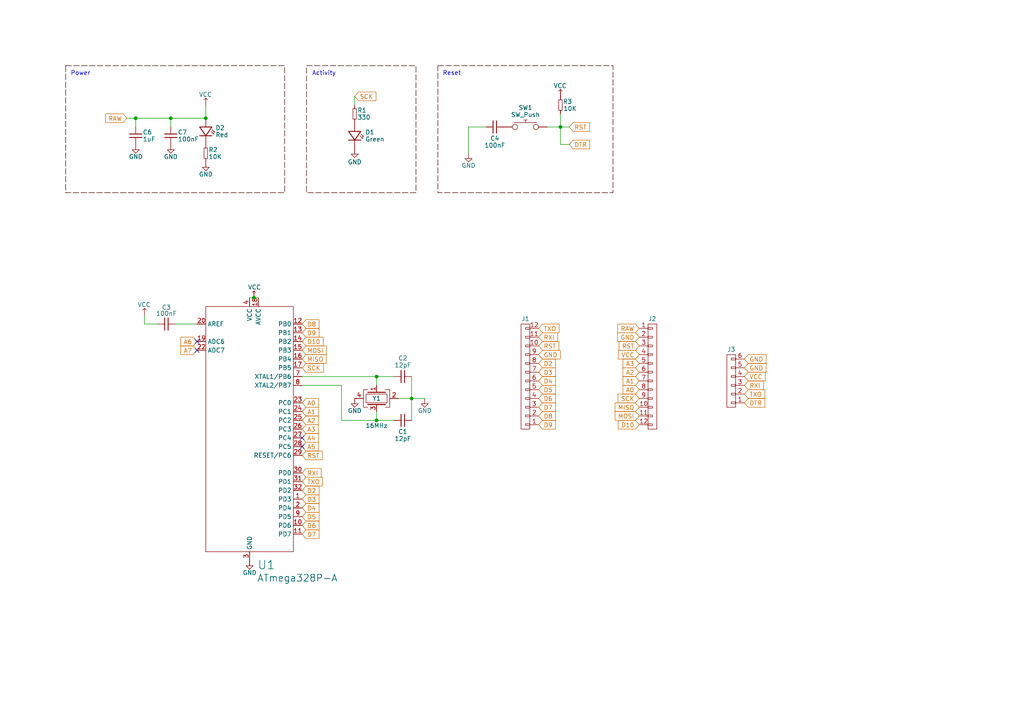
<source format=kicad_sch>
(kicad_sch (version 20250114) (generator "eeschema") (generator_version "9.0")
  (paper "A4")
  (lib_symbols
    (symbol "bootcamp_library:Button" (pin_names (offset 2))
      (property "Reference" "SW" (at 0 3.556 0))
      (symbol "Button_1_1"
        (polyline (pts (xy -3.302 1.27) (xy 3.302 1.27) (xy 0 1.27) (xy 0 2.032) (xy 0.508 2.032) (xy -0.508 2.032)))
        (circle (center -3.048 0) (radius 0.762))
        (circle (center 3.048 0) (radius 0.762))
        (pin passive line (at -6.35 0 0) (length 2.54) (name "") (number "1"))
        (pin passive line (at 6.35 0 180) (length 2.54) (name "") (number "2"))
      )
    )
    (symbol "bootcamp_library:Capacitor" (pin_names (offset 2))
      (property "Reference" "C" (at 0 3.302 0))
      (symbol "Capacitor_1_1"
        (polyline (pts (xy -1.016 0) (xy -0.508 0)))
        (polyline (pts (xy -0.508 1.778) (xy -0.508 -1.778)) (stroke (width 0.25)))
        (polyline (pts (xy 0.508 0) (xy 1.016 0)))
        (polyline (pts (xy 0.508 -1.778) (xy 0.508 1.778)) (stroke (width 0.25)))
        (pin passive line (at -2.54 0 0) (length 1.54) (name "") (number "1"))
        (pin passive line (at 2.54 0 180) (length 1.54) (name "") (number "2"))
      )
    )
    (symbol "bootcamp_library:Chip"
      (property "Reference" "U" (at 4.318 -38.1 0))
      (symbol "Chip_0_1"
        (rectangle (start -13.97 35.56) (end 11.43 -35.56))
      )
      (symbol "Chip_1_1"
        (pin passive line (at -16.51 30.48 0) (length 2.54) (name "AREF") (number "20"))
        (pin input line (at -16.51 25.4 0) (length 2.54) (name "ADC6") (number "19"))
        (pin input line (at -16.51 22.86 0) (length 2.54) (name "ADC7") (number "22"))
        (pin no_connect line (at -16.51 -10.16 0) (length 2.54) (hide yes) (name "") (number "21"))
        (pin no_connect line (at -16.51 -12.7 0) (length 2.54) (hide yes) (name "") (number "6"))
        (pin no_connect line (at -16.51 -15.24 0) (length 2.54) (hide yes) (name "") (number "5"))
        (pin power_in line (at -1.27 38.1 270) (length 2.54) (name "VCC") (number "4"))
        (pin power_in line (at -1.27 -38.1 90) (length 2.54) (name "GND") (number "3"))
        (pin power_in line (at 1.27 38.1 270) (length 2.54) (name "AVCC") (number "18"))
        (pin bidirectional line (at 13.97 30.48 180) (length 2.54) (name "PB0") (number "12"))
        (pin bidirectional line (at 13.97 27.94 180) (length 2.54) (name "PB1") (number "13"))
        (pin bidirectional line (at 13.97 25.4 180) (length 2.54) (name "PB2") (number "14"))
        (pin bidirectional line (at 13.97 22.86 180) (length 2.54) (name "PB3") (number "15"))
        (pin bidirectional line (at 13.97 20.32 180) (length 2.54) (name "PB4") (number "16"))
        (pin bidirectional line (at 13.97 17.78 180) (length 2.54) (name "PB5") (number "17"))
        (pin bidirectional line (at 13.97 15.24 180) (length 2.54) (name "XTAL1/PB6") (number "7"))
        (pin bidirectional line (at 13.97 12.7 180) (length 2.54) (name "XTAL2/PB7") (number "8"))
        (pin bidirectional line (at 13.97 7.62 180) (length 2.54) (name "PC0") (number "23"))
        (pin bidirectional line (at 13.97 5.08 180) (length 2.54) (name "PC1") (number "24"))
        (pin bidirectional line (at 13.97 2.54 180) (length 2.54) (name "PC2") (number "25"))
        (pin bidirectional line (at 13.97 0 180) (length 2.54) (name "PC3") (number "26"))
        (pin bidirectional line (at 13.97 -2.54 180) (length 2.54) (name "PC4") (number "27"))
        (pin bidirectional line (at 13.97 -5.08 180) (length 2.54) (name "PC5") (number "28"))
        (pin bidirectional line (at 13.97 -7.62 180) (length 2.54) (name "RESET/PC6") (number "29"))
        (pin bidirectional line (at 13.97 -12.7 180) (length 2.54) (name "PD0") (number "30"))
        (pin bidirectional line (at 13.97 -15.24 180) (length 2.54) (name "PD1") (number "31"))
        (pin bidirectional line (at 13.97 -17.78 180) (length 2.54) (name "PD2") (number "32"))
        (pin bidirectional line (at 13.97 -20.32 180) (length 2.54) (name "PD3") (number "1"))
        (pin bidirectional line (at 13.97 -22.86 180) (length 2.54) (name "PD4") (number "2"))
        (pin bidirectional line (at 13.97 -25.4 180) (length 2.54) (name "PD5") (number "9"))
        (pin bidirectional line (at 13.97 -27.94 180) (length 2.54) (name "PD6") (number "10"))
        (pin bidirectional line (at 13.97 -30.48 180) (length 2.54) (name "PD7") (number "11"))
      )
    )
    (symbol "bootcamp_library:GND" (power) (pin_numbers (hide yes)) (pin_names (hide yes))
      (property "Value" "GND" (at 0 -2.286 0))
      (symbol "GND_0_1"
        (polyline (pts (xy 1.016 -0.254) (xy -1.016 -0.254) (xy 0 -1.27) (xy 1.016 -0.254)))
      )
      (symbol "GND_1_1"
        (pin power_in line (at 0 1.27 270) (length 1.54) (name "") (number ""))
      )
    )
    (symbol "bootcamp_library:J12"
      (property "Reference" "J" (at 0 16.51 0))
      (symbol "J12_0_1"
        (rectangle (start -1.27 15.24) (end 1.27 -15.24))
        (rectangle (start 0 14.224) (end 1.27 13.716))
        (rectangle (start 0 11.684) (end 1.27 11.176))
        (rectangle (start 0 9.144) (end 1.27 8.636))
        (rectangle (start 0 6.604) (end 1.27 6.096))
        (rectangle (start 0 4.064) (end 1.27 3.556))
        (rectangle (start 0 1.524) (end 1.27 1.016))
        (rectangle (start 0 -1.016) (end 1.27 -1.524))
        (rectangle (start 0 -3.556) (end 1.27 -4.064))
        (rectangle (start 0 -6.096) (end 1.27 -6.604))
        (rectangle (start 0 -8.636) (end 1.27 -9.144))
        (rectangle (start 0 -11.176) (end 1.27 -11.684))
        (rectangle (start 0 -13.716) (end 1.27 -14.224))
      )
      (symbol "J12_1_1"
        (pin passive line (at 3.81 13.97 180) (length 2.54) (name "") (number "12"))
        (pin passive line (at 3.81 11.43 180) (length 2.54) (name "") (number "11"))
        (pin passive line (at 3.81 8.89 180) (length 2.54) (name "") (number "10"))
        (pin passive line (at 3.81 6.35 180) (length 2.54) (name "") (number "9"))
        (pin passive line (at 3.81 3.81 180) (length 2.54) (name "") (number "8"))
        (pin passive line (at 3.81 1.27 180) (length 2.54) (name "") (number "7"))
        (pin passive line (at 3.81 -1.27 180) (length 2.54) (name "") (number "6"))
        (pin passive line (at 3.81 -3.81 180) (length 2.54) (name "") (number "5"))
        (pin passive line (at 3.81 -6.35 180) (length 2.54) (name "") (number "4"))
        (pin passive line (at 3.81 -8.89 180) (length 2.54) (name "") (number "3"))
        (pin passive line (at 3.81 -11.43 180) (length 2.54) (name "") (number "2"))
        (pin passive line (at 3.81 -13.97 180) (length 2.54) (name "") (number "1"))
      )
    )
    (symbol "bootcamp_library:J6"
      (property "Reference" "J" (at 0 8.89 0))
      (symbol "J6_0_1"
        (rectangle (start 0 6.604) (end 1.27 6.096))
        (rectangle (start 0 4.064) (end 1.27 3.556))
        (rectangle (start 0 1.524) (end 1.27 1.016))
        (rectangle (start 0 -1.016) (end 1.27 -1.524))
        (rectangle (start 0 -3.556) (end 1.27 -4.064))
        (rectangle (start 0 -6.096) (end 1.27 -6.604))
        (rectangle (start 1.27 7.62) (end -1.27 -7.62))
      )
      (symbol "J6_1_1"
        (pin passive line (at 3.81 6.35 180) (length 2.54) (name "") (number "6"))
        (pin passive line (at 3.81 3.81 180) (length 2.54) (name "") (number "5"))
        (pin passive line (at 3.81 1.27 180) (length 2.54) (name "") (number "4"))
        (pin passive line (at 3.81 -1.27 180) (length 2.54) (name "") (number "3"))
        (pin passive line (at 3.81 -3.81 180) (length 2.54) (name "") (number "2"))
        (pin passive line (at 3.81 -6.35 180) (length 2.54) (name "") (number "1"))
      )
    )
    (symbol "bootcamp_library:Led" (pin_names (offset 2))
      (property "Reference" "D" (at 2.032 1.016 0))
      (symbol "Led_1_1"
        (polyline (pts (xy -0.508 1.778) (xy 0.254 2.54) (xy 0.254 2.286) (xy 0.254 2.54) (xy 0 2.54)))
        (polyline (pts (xy 0 1.524) (xy 0.762 2.286) (xy 0.762 2.032) (xy 0.762 2.286) (xy 0.508 2.286)))
        (polyline (pts (xy 1.27 1.778) (xy 1.27 -1.778)) (stroke (width 0.25)))
        (polyline (pts (xy 1.27 0) (xy -1.27 1.778) (xy -1.27 -1.778) (xy 1.27 0)) (stroke (width 0.25)))
        (pin passive line (at -3.81 0 0) (length 2.54) (name "") (number "1"))
        (pin passive line (at 3.81 0 180) (length 2.54) (name "") (number "2"))
      )
    )
    (symbol "bootcamp_library:Oscillator" (pin_names (offset 2))
      (property "Reference" "Y" (at 0 0 0))
      (symbol "Oscillator_0_1"
        (polyline (pts (xy -2.54 -2.54) (xy -2.54 -3.81) (xy 2.54 -3.81) (xy 2.54 -2.54)))
        (rectangle (start 1.27 -3.048) (end -1.27 3.048))
        (polyline (pts (xy 2.54 2.54) (xy 2.54 3.81) (xy -2.54 3.81) (xy -2.54 2.54)))
      )
      (symbol "Oscillator_1_1"
        (polyline (pts (xy -1.778 2.54) (xy -1.778 -2.54)) (stroke (width 0.3)))
        (polyline (pts (xy 1.778 -2.54) (xy 1.778 2.54)) (stroke (width 0.3)))
        (pin passive line (at -3.81 0 0) (length 2) (name "") (number "3"))
        (pin passive line (at 0 6.35 270) (length 2.54) (name "") (number "4"))
        (pin passive line (at 0 -6.35 90) (length 2.54) (name "") (number "2"))
        (pin passive line (at 3.81 0 180) (length 2) (name "") (number "1"))
      )
    )
    (symbol "bootcamp_library:PWR_FLAG" (power) (pin_numbers (hide yes)) (pin_names (hide yes))
      (property "Value" "PWR_FLAG" (at 0 3.556 0))
      (symbol "PWR_FLAG_0_1"
        (polyline (pts (xy 0 0.762) (xy 1.016 1.778) (xy 0 2.286) (xy -1.016 1.778) (xy 0 0.762)))
      )
      (symbol "PWR_FLAG_1_1"
        (pin power_out line (at 0 -1.27 90) (length 2) (name "") (number ""))
      )
    )
    (symbol "bootcamp_library:Resistor" (pin_names (offset 2))
      (property "Reference" "R" (at 0 1.524 0))
      (symbol "Resistor_0_1"
        (rectangle (start -1.524 0.508) (end 1.524 -0.508))
      )
      (symbol "Resistor_1_1"
        (pin passive line (at -2.54 0 0) (length 1) (name "") (number "1"))
        (pin passive line (at 2.54 0 180) (length 1) (name "") (number "2"))
      )
    )
    (symbol "bootcamp_library:VCC" (power) (pin_numbers (hide yes)) (pin_names (hide yes))
      (property "Value" "VCC" (at 0 1.778 0))
      (symbol "VCC_0_1"
        (polyline (pts (xy 0.508 0.254) (xy 0 0.762) (xy -0.508 0.254)))
      )
      (symbol "VCC_1_1"
        (pin power_in line (at 0 -1.27 90) (length 2) (name "") (number ""))
      )
    )
  )
  (rectangle (start 127 19.05) (end 177.8 55.88) (stroke (width 0) (type dash) (color 72 0 0 1)))
  (rectangle (start 19.05 19.05) (end 82.55 55.88) (stroke (width 0) (type dash) (color 72 0 0 1)))
  (rectangle (start 88.9 19.05) (end 120.65 55.88) (stroke (width 0) (type dash) (color 72 0 0 1)))
  (text "Reset" (at 131.064 21.336 0) (effects (font (size 1.27 1.27))))
  (text "Power" (at 23.368 21.336 0) (effects (font (size 1.27 1.27))))
  (text "Activity" (at 93.98 21.336 0) (effects (font (size 1.27 1.27))))
  (junction (at 49.53 34.29))
  (junction (at 39.37 34.29))
  (junction (at 109.22 109.22))
  (junction (at 119.38 115.57))
  (junction (at 109.22 121.92))
  (junction (at 59.69 34.29))
  (junction (at 162.56 36.83))
  (junction (at 73.66 86.36))
  (no_connect (at 87.63 127))
  (no_connect (at 57.15 101.6))
  (no_connect (at 57.15 99.06))
  (no_connect (at 87.63 129.54))
  (wire (pts (xy 109.22 121.92) (xy 114.3 121.92)))
  (wire (pts (xy 109.22 109.22) (xy 109.22 111.76)))
  (wire (pts (xy 119.38 109.22) (xy 119.38 115.57)))
  (wire (pts (xy 72.39 86.36) (xy 73.66 86.36)))
  (wire (pts (xy 162.56 36.83) (xy 162.56 33.02)))
  (wire (pts (xy 135.89 36.83) (xy 140.97 36.83)))
  (wire (pts (xy 59.69 30.48) (xy 59.69 34.29)))
  (wire (pts (xy 109.22 109.22) (xy 114.3 109.22)))
  (wire (pts (xy 87.63 109.22) (xy 109.22 109.22)))
  (wire (pts (xy 99.06 111.76) (xy 99.06 121.92)))
  (wire (pts (xy 109.22 119.38) (xy 109.22 121.92)))
  (wire (pts (xy 49.53 34.29) (xy 59.69 34.29)))
  (wire (pts (xy 165.1 41.91) (xy 162.56 41.91)))
  (wire (pts (xy 39.37 34.29) (xy 39.37 36.83)))
  (wire (pts (xy 41.91 93.98) (xy 45.72 93.98)))
  (wire (pts (xy 162.56 36.83) (xy 165.1 36.83)))
  (wire (pts (xy 73.66 86.36) (xy 74.93 86.36)))
  (wire (pts (xy 49.53 34.29) (xy 49.53 36.83)))
  (wire (pts (xy 162.56 41.91) (xy 162.56 36.83)))
  (wire (pts (xy 102.87 27.94) (xy 102.87 30.48)))
  (wire (pts (xy 50.8 93.98) (xy 57.15 93.98)))
  (wire (pts (xy 158.75 36.83) (xy 162.56 36.83)))
  (wire (pts (xy 119.38 115.57) (xy 119.38 121.92)))
  (wire (pts (xy 119.38 115.57) (xy 123.19 115.57)))
  (wire (pts (xy 41.91 91.44) (xy 41.91 93.98)))
  (wire (pts (xy 36.83 34.29) (xy 39.37 34.29)))
  (wire (pts (xy 115.57 115.57) (xy 119.38 115.57)))
  (wire (pts (xy 39.37 34.29) (xy 49.53 34.29)))
  (wire (pts (xy 99.06 121.92) (xy 109.22 121.92)))
  (wire (pts (xy 87.63 111.76) (xy 99.06 111.76)))
  (wire (pts (xy 135.89 44.45) (xy 135.89 36.83)))
  (global_label "TXO" (shape input) (at 87.63 139.7 0) (property "Intersheetrefs" "${INTERSHEET_REFS}" (effects (hide yes))))
  (global_label "A0" (shape input) (at 87.63 116.84 0) (property "Intersheetrefs" "${INTERSHEET_REFS}" (effects (hide yes))))
  (global_label "D3" (shape input) (at 87.63 144.78 0) (property "Intersheetrefs" "${INTERSHEET_REFS}" (effects (hide yes))))
  (global_label "RAW" (shape input) (at 36.83 34.29 180) (property "Intersheetrefs" "${INTERSHEET_REFS}" (effects (hide yes))))
  (global_label "SCK" (shape input) (at 87.63 106.68 0) (property "Intersheetrefs" "${INTERSHEET_REFS}" (effects (hide yes))))
  (global_label "SCK" (shape input) (at 102.87 27.94 0) (property "Intersheetrefs" "${INTERSHEET_REFS}" (effects (hide yes))))
  (global_label "D6" (shape input) (at 87.63 152.4 0) (property "Intersheetrefs" "${INTERSHEET_REFS}" (effects (hide yes))))
  (global_label "TXO" (shape input) (at 215.9 114.3 0) (property "Intersheetrefs" "${INTERSHEET_REFS}" (effects (hide yes))))
  (global_label "GND" (shape input) (at 215.9 106.68 0) (property "Intersheetrefs" "${INTERSHEET_REFS}" (effects (hide yes))))
  (global_label "RXI" (shape input) (at 215.9 111.76 0) (property "Intersheetrefs" "${INTERSHEET_REFS}" (effects (hide yes))))
  (global_label "GND" (shape input) (at 215.9 104.14 0) (property "Intersheetrefs" "${INTERSHEET_REFS}" (effects (hide yes))))
  (global_label "VCC" (shape input) (at 215.9 109.22 0) (property "Intersheetrefs" "${INTERSHEET_REFS}" (effects (hide yes))))
  (global_label "DTR" (shape input) (at 215.9 116.84 0) (property "Intersheetrefs" "${INTERSHEET_REFS}" (effects (hide yes))))
  (global_label "TXO" (shape input) (at 156.21 95.25 0) (property "Intersheetrefs" "${INTERSHEET_REFS}" (effects (hide yes))))
  (global_label "D2" (shape input) (at 156.21 105.41 0) (property "Intersheetrefs" "${INTERSHEET_REFS}" (effects (hide yes))))
  (global_label "RST" (shape input) (at 156.21 100.33 0) (property "Intersheetrefs" "${INTERSHEET_REFS}" (effects (hide yes))))
  (global_label "RXI" (shape input) (at 156.21 97.79 0) (property "Intersheetrefs" "${INTERSHEET_REFS}" (effects (hide yes))))
  (global_label "GND" (shape input) (at 156.21 102.87 0) (property "Intersheetrefs" "${INTERSHEET_REFS}" (effects (hide yes))))
  (global_label "D3" (shape input) (at 156.21 107.95 0) (property "Intersheetrefs" "${INTERSHEET_REFS}" (effects (hide yes))))
  (global_label "D7" (shape input) (at 156.21 118.11 0) (property "Intersheetrefs" "${INTERSHEET_REFS}" (effects (hide yes))))
  (global_label "D4" (shape input) (at 156.21 110.49 0) (property "Intersheetrefs" "${INTERSHEET_REFS}" (effects (hide yes))))
  (global_label "D8" (shape input) (at 156.21 120.65 0) (property "Intersheetrefs" "${INTERSHEET_REFS}" (effects (hide yes))))
  (global_label "D6" (shape input) (at 156.21 115.57 0) (property "Intersheetrefs" "${INTERSHEET_REFS}" (effects (hide yes))))
  (global_label "D5" (shape input) (at 156.21 113.03 0) (property "Intersheetrefs" "${INTERSHEET_REFS}" (effects (hide yes))))
  (global_label "D9" (shape input) (at 156.21 123.19 0) (property "Intersheetrefs" "${INTERSHEET_REFS}" (effects (hide yes))))
  (global_label "RAW" (shape input) (at 185.42 95.25 180) (property "Intersheetrefs" "${INTERSHEET_REFS}" (effects (hide yes))))
  (global_label "GND" (shape input) (at 185.42 97.79 180) (property "Intersheetrefs" "${INTERSHEET_REFS}" (effects (hide yes))))
  (global_label "RST" (shape input) (at 185.42 100.33 180) (property "Intersheetrefs" "${INTERSHEET_REFS}" (effects (hide yes))))
  (global_label "VCC" (shape input) (at 185.42 102.87 180) (property "Intersheetrefs" "${INTERSHEET_REFS}" (effects (hide yes))))
  (global_label "A2" (shape input) (at 185.42 107.95 180) (property "Intersheetrefs" "${INTERSHEET_REFS}" (effects (hide yes))))
  (global_label "A1" (shape input) (at 185.42 110.49 180) (property "Intersheetrefs" "${INTERSHEET_REFS}" (effects (hide yes))))
  (global_label "A3" (shape input) (at 185.42 105.41 180) (property "Intersheetrefs" "${INTERSHEET_REFS}" (effects (hide yes))))
  (global_label "A0" (shape input) (at 185.42 113.03 180) (property "Intersheetrefs" "${INTERSHEET_REFS}" (effects (hide yes))))
  (global_label "MOSI" (shape input) (at 185.42 120.65 180) (property "Intersheetrefs" "${INTERSHEET_REFS}" (effects (hide yes))))
  (global_label "MISO" (shape input) (at 185.42 118.11 180) (property "Intersheetrefs" "${INTERSHEET_REFS}" (effects (hide yes))))
  (global_label "SCK" (shape input) (at 185.42 115.57 180) (property "Intersheetrefs" "${INTERSHEET_REFS}" (effects (hide yes))))
  (global_label "D10" (shape input) (at 185.42 123.19 180) (property "Intersheetrefs" "${INTERSHEET_REFS}" (effects (hide yes))))
  (global_label "D5" (shape input) (at 87.63 149.86 0) (property "Intersheetrefs" "${INTERSHEET_REFS}" (effects (hide yes))))
  (global_label "D4" (shape input) (at 87.63 147.32 0) (property "Intersheetrefs" "${INTERSHEET_REFS}" (effects (hide yes))))
  (global_label "MISO" (shape input) (at 87.63 104.14 0) (property "Intersheetrefs" "${INTERSHEET_REFS}" (effects (hide yes))))
  (global_label "D9" (shape input) (at 87.63 96.52 0) (property "Intersheetrefs" "${INTERSHEET_REFS}" (effects (hide yes))))
  (global_label "D10" (shape input) (at 87.63 99.06 0) (property "Intersheetrefs" "${INTERSHEET_REFS}" (effects (hide yes))))
  (global_label "A2" (shape input) (at 87.63 121.92 0) (property "Intersheetrefs" "${INTERSHEET_REFS}" (effects (hide yes))))
  (global_label "A7" (shape input) (at 57.15 101.6 180) (property "Intersheetrefs" "${INTERSHEET_REFS}" (effects (hide yes))))
  (global_label "A5" (shape input) (at 87.63 129.54 0) (property "Intersheetrefs" "${INTERSHEET_REFS}" (effects (hide yes))))
  (global_label "A4" (shape input) (at 87.63 127 0) (property "Intersheetrefs" "${INTERSHEET_REFS}" (effects (hide yes))))
  (global_label "A1" (shape input) (at 87.63 119.38 0) (property "Intersheetrefs" "${INTERSHEET_REFS}" (effects (hide yes))))
  (global_label "D7" (shape input) (at 87.63 154.94 0) (property "Intersheetrefs" "${INTERSHEET_REFS}" (effects (hide yes))))
  (global_label "A3" (shape input) (at 87.63 124.46 0) (property "Intersheetrefs" "${INTERSHEET_REFS}" (effects (hide yes))))
  (global_label "RST" (shape input) (at 87.63 132.08 0) (property "Intersheetrefs" "${INTERSHEET_REFS}" (effects (hide yes))))
  (global_label "RXI" (shape input) (at 87.63 137.16 0) (property "Intersheetrefs" "${INTERSHEET_REFS}" (effects (hide yes))))
  (global_label "MOSI" (shape input) (at 87.63 101.6 0) (property "Intersheetrefs" "${INTERSHEET_REFS}" (effects (hide yes))))
  (global_label "RST" (shape input) (at 165.1 36.83 0) (property "Intersheetrefs" "${INTERSHEET_REFS}" (effects (hide yes))))
  (global_label "DTR" (shape input) (at 165.1 41.91 0) (property "Intersheetrefs" "${INTERSHEET_REFS}" (effects (hide yes))))
  (global_label "D8" (shape input) (at 87.63 93.98 0) (property "Intersheetrefs" "${INTERSHEET_REFS}" (effects (hide yes))))
  (global_label "A6" (shape input) (at 57.15 99.06 180) (property "Intersheetrefs" "${INTERSHEET_REFS}" (effects (hide yes))))
  (global_label "D2" (shape input) (at 87.63 142.24 0) (property "Intersheetrefs" "${INTERSHEET_REFS}" (effects (hide yes))))
  (symbol (lib_id "bootcamp_library:Capacitor") (at 116.84 109.22 0) (unit 1)
    (property "Reference" "C2" (at 116.84 103.886 0))
    (property "Value" "12pF" (at 116.84 105.918 0))
    (property "Footprint" "bootcamp_footprint:capacitor_generic_smt" (effects (hide yes)))
  )
  (symbol (lib_id "bootcamp_library:Chip") (at 73.66 124.46 0) (unit 1)
    (property "Reference" "U1" (at 74.5333 163.83 0) (effects (font (size 2.5 2.5)) (justify left)))
    (property "Value" "ATmega328P-A" (at 74.5333 167.64 0) (effects (font (size 2 2)) (justify left)))
    (property "Footprint" "bootcamp_footprint:chip_atmega328p_smt" (effects (hide yes)))
  )
  (symbol (lib_id "bootcamp_library:J6") (at 212.09 110.49 0) (unit 1)
    (property "Reference" "J3" (at 212.09 101.346 0))
    (property "Footprint" "bootcamp_footprint:connector_j6_tht" (effects (hide yes)))
  )
  (symbol (lib_id "bootcamp_library:GND") (at 135.89 45.72 0) (unit 1)
    (property "Reference" "#GND6" (effects (hide yes)))
    (property "Value" "GND" (at 133.858 48.006 0) (effects (justify left)))
  )
  (symbol (lib_id "bootcamp_library:Resistor") (at 162.56 30.48 270) (unit 1)
    (property "Reference" "R3" (at 164.592 29.464 90))
    (property "Value" "10K" (at 165.354 31.496 90))
    (property "Footprint" "bootcamp_footprint:resistor_10k_smt" (effects (hide yes)))
  )
  (symbol (lib_id "bootcamp_library:Resistor") (at 59.69 44.45 270) (unit 1)
    (property "Reference" "R2" (at 60.452 43.434 90) (effects (justify left)))
    (property "Value" "10K" (at 60.452 45.466 90) (effects (justify left)))
    (property "Footprint" "bootcamp_footprint:resistor_10k_smt" (effects (hide yes)))
  )
  (symbol (lib_id "bootcamp_library:GND") (at 39.37 43.18 0) (unit 1)
    (property "Reference" "#GND2" (effects (hide yes)))
    (property "Value" "GND" (at 37.338 45.466 0) (effects (justify left)))
  )
  (symbol (lib_id "bootcamp_library:J12") (at 152.4 109.22 0) (unit 1)
    (property "Reference" "J1" (at 152.4 92.456 0))
    (property "Footprint" "bootcamp_footprint:connector_j12_tht" (effects (hide yes)))
  )
  (symbol (lib_id "bootcamp_library:J12") (at 189.23 109.22 180) (unit 1)
    (property "Reference" "J2" (at 187.96 92.456 0) (effects (justify right)))
    (property "Footprint" "bootcamp_footprint:connector_j12_tht" (effects (hide yes)))
  )
  (symbol (lib_id "bootcamp_library:GND") (at 72.39 163.83 0) (unit 1)
    (property "Reference" "#GND1" (effects (hide yes)))
    (property "Value" "GND" (at 70.358 166.116 0) (effects (justify left)))
  )
  (symbol (lib_id "bootcamp_library:GND") (at 102.87 116.84 0) (unit 1)
    (property "Reference" "#GND7" (effects (hide yes)))
    (property "Value" "GND" (at 100.838 119.126 0) (effects (justify left)))
  )
  (symbol (lib_id "bootcamp_library:VCC") (at 41.91 90.17 0) (unit 1)
    (property "Reference" "#VCC3" (effects (hide yes)))
    (property "Value" "VCC" (at 39.878 88.392 0) (effects (justify left)))
  )
  (symbol (lib_id "bootcamp_library:Capacitor") (at 49.53 39.37 90) (unit 1)
    (property "Reference" "C7" (at 51.562 38.354 90) (effects (justify right)))
    (property "Value" "100nF" (at 51.562 40.386 90) (effects (justify right)))
    (property "Footprint" "bootcamp_footprint:capacitor_generic_smt" (effects (hide yes)))
  )
  (symbol (lib_id "bootcamp_library:Oscillator") (at 109.22 115.57 90) (unit 1)
    (property "Reference" "Y1" (at 109.22 115.57 90))
    (property "Value" "16MHz" (at 109.22 123.444 90))
    (property "Footprint" "bootcamp_footprint:oscillator_16MHz_smt" (effects (hide yes)))
  )
  (symbol (lib_id "bootcamp_library:Button") (at 152.4 36.83 0) (unit 1)
    (property "Reference" "SW1" (at 152.4 31.242 0))
    (property "Value" "SW_Push" (at 152.4 33.274 0))
    (property "Footprint" "bootcamp_footprint:button_push_smt" (effects (hide yes)))
  )
  (symbol (lib_id "bootcamp_library:VCC") (at 312.42 11.43 0) (unit 1)
    (property "Reference" "#VCC05" (effects (hide yes)))
    (property "Value" "VCC" (at 312.42 8.89 0))
  )
  (symbol (lib_id "bootcamp_library:Led") (at 102.87 39.37 270) (unit 1)
    (property "Reference" "D1" (at 105.918 38.354 90) (effects (justify left)))
    (property "Value" "Green" (at 105.918 40.386 90) (effects (justify left)))
    (property "Footprint" "bootcamp_footprint:led_green_smt" (effects (hide yes)))
  )
  (symbol (lib_id "bootcamp_library:VCC") (at 162.56 26.67 0) (unit 1)
    (property "Reference" "#VCC4" (effects (hide yes)))
    (property "Value" "VCC" (at 160.528 24.892 0) (effects (justify left)))
  )
  (symbol (lib_id "bootcamp_library:PWR_FLAG") (at 312.42 13.97 180) (unit 1)
    (property "Reference" "#PWR_FLAG02" (effects (hide yes)))
    (property "Value" "PWR_FLAG" (at 312.42 17.526 0))
  )
  (symbol (lib_id "bootcamp_library:Capacitor") (at 39.37 39.37 90) (unit 1)
    (property "Reference" "C6" (at 41.402 38.354 90) (effects (justify right)))
    (property "Value" "1uF" (at 41.402 40.386 90) (effects (justify right)))
    (property "Footprint" "bootcamp_footprint:capacitor_generic_smt" (effects (hide yes)))
  )
  (symbol (lib_id "bootcamp_library:GND") (at 102.87 44.45 0) (unit 1)
    (property "Reference" "#GND5" (effects (hide yes)))
    (property "Value" "GND" (at 100.838 46.99 0) (effects (justify left)))
  )
  (symbol (lib_id "bootcamp_library:PWR_FLAG") (at 322.58 12.7 0) (unit 1)
    (property "Reference" "#PWR_FLAG01" (effects (hide yes)))
    (property "Value" "PWR_FLAG" (at 322.58 8.89 0))
  )
  (symbol (lib_id "bootcamp_library:Led") (at 59.69 38.1 270) (unit 1)
    (property "Reference" "D2" (at 62.484 37.084 90) (effects (justify left)))
    (property "Value" "Red" (at 62.484 39.116 90) (effects (justify left)))
    (property "Footprint" "bootcamp_footprint:led_red_smt" (effects (hide yes)))
  )
  (symbol (lib_id "bootcamp_library:Capacitor") (at 116.84 121.92 0) (unit 1)
    (property "Reference" "C1" (at 116.84 125.222 0))
    (property "Value" "12pF" (at 116.84 127.254 0))
    (property "Footprint" "bootcamp_footprint:capacitor_generic_smt" (effects (hide yes)))
  )
  (symbol (lib_id "bootcamp_library:Capacitor") (at 48.26 93.98 0) (unit 1)
    (property "Reference" "C3" (at 48.26 89.154 0))
    (property "Value" "100nF" (at 48.26 90.932 0))
    (property "Footprint" "bootcamp_footprint:capacitor_generic_smt" (effects (hide yes)))
  )
  (symbol (lib_id "bootcamp_library:VCC") (at 73.66 85.09 0) (unit 1)
    (property "Reference" "#VCC2" (effects (hide yes)))
    (property "Value" "VCC" (at 71.882 83.312 0) (effects (justify left)))
  )
  (symbol (lib_id "bootcamp_library:GND") (at 322.58 15.24 0) (unit 1)
    (property "Reference" "#GND09" (effects (hide yes)))
    (property "Value" "GND" (at 322.58 17.78 0))
  )
  (symbol (lib_id "bootcamp_library:VCC") (at 59.69 29.21 0) (unit 1)
    (property "Reference" "#VCC1" (effects (hide yes)))
    (property "Value" "VCC" (at 57.658 27.432 0) (effects (justify left)))
  )
  (symbol (lib_id "bootcamp_library:Capacitor") (at 143.51 36.83 0) (unit 1)
    (property "Reference" "C4" (at 143.51 40.132 0))
    (property "Value" "100nF" (at 143.51 42.164 0))
    (property "Footprint" "bootcamp_footprint:capacitor_generic_smt" (effects (hide yes)))
  )
  (symbol (lib_id "bootcamp_library:GND") (at 123.19 116.84 0) (unit 1)
    (property "Reference" "#GND8" (effects (hide yes)))
    (property "Value" "GND" (at 121.158 119.126 0) (effects (justify left)))
  )
  (symbol (lib_id "bootcamp_library:GND") (at 49.53 43.18 0) (unit 1)
    (property "Reference" "#GND3" (effects (hide yes)))
    (property "Value" "GND" (at 47.498 45.466 0) (effects (justify left)))
  )
  (symbol (lib_id "bootcamp_library:GND") (at 59.69 48.26 0) (unit 1)
    (property "Reference" "#GND4" (effects (hide yes)))
    (property "Value" "GND" (at 57.658 50.546 0) (effects (justify left)))
  )
  (symbol (lib_id "bootcamp_library:Resistor") (at 102.87 33.02 270) (unit 1)
    (property "Reference" "R1" (at 103.632 32.004 90) (effects (justify left)))
    (property "Value" "330" (at 103.632 34.036 90) (effects (justify left)))
    (property "Footprint" "bootcamp_footprint:resistor_330_smt" (effects (hide yes)))
  )
)
</source>
